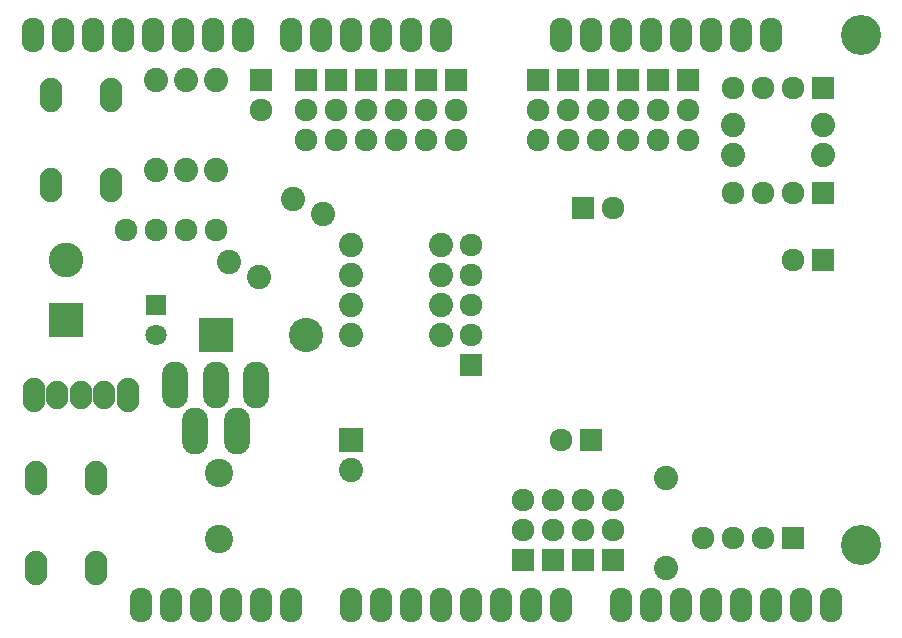
<source format=gts>
G04 (created by PCBNEW (2013-june-11)-stable) date mié 05 feb 2014 13:03:56 CET*
%MOIN*%
G04 Gerber Fmt 3.4, Leading zero omitted, Abs format*
%FSLAX34Y34*%
G01*
G70*
G90*
G04 APERTURE LIST*
%ADD10C,0.00393701*%
%ADD11O,0.0748031X0.0944882*%
%ADD12O,0.0748031X0.114173*%
%ADD13R,0.114173X0.114173*%
%ADD14C,0.114173*%
%ADD15O,0.075748X0.115748*%
%ADD16C,0.133858*%
%ADD17R,0.070748X0.070748*%
%ADD18C,0.070748*%
%ADD19C,0.094448*%
%ADD20O,0.086248X0.156748*%
%ADD21C,0.075748*%
%ADD22R,0.115748X0.115748*%
%ADD23C,0.115748*%
%ADD24C,0.080748*%
%ADD25R,0.075748X0.075748*%
%ADD26R,0.080748X0.080748*%
G04 APERTURE END LIST*
G54D10*
G54D11*
X52212Y-40500D03*
X53000Y-40500D03*
X53787Y-40500D03*
G54D12*
X54574Y-40500D03*
X51425Y-40500D03*
G54D13*
X57500Y-38500D03*
G54D14*
X60500Y-38500D03*
G54D15*
X69000Y-28500D03*
X70000Y-28500D03*
X71000Y-28500D03*
X72000Y-28500D03*
X73000Y-28500D03*
X74000Y-28500D03*
X75000Y-28500D03*
X76000Y-28500D03*
X78000Y-47500D03*
X77000Y-47500D03*
X76000Y-47500D03*
X75000Y-47500D03*
X71000Y-47500D03*
X69000Y-47500D03*
X68000Y-47500D03*
X72000Y-47500D03*
X73000Y-47500D03*
X74000Y-47500D03*
X67000Y-47500D03*
X66000Y-47500D03*
X65000Y-47500D03*
X62000Y-47500D03*
X63000Y-47500D03*
X64000Y-47500D03*
X60000Y-47500D03*
X59000Y-47500D03*
X58000Y-47500D03*
X56000Y-47500D03*
X55000Y-47500D03*
X65000Y-28500D03*
X64000Y-28500D03*
X63000Y-28500D03*
X62000Y-28500D03*
X61000Y-28500D03*
X60000Y-28500D03*
X58400Y-28500D03*
X57400Y-28500D03*
X56400Y-28500D03*
X55400Y-28500D03*
X54400Y-28500D03*
X53400Y-28500D03*
X52400Y-28500D03*
X51400Y-28500D03*
X57000Y-47500D03*
G54D16*
X79000Y-28500D03*
X79000Y-45500D03*
G54D17*
X55500Y-37500D03*
G54D18*
X55500Y-38500D03*
G54D19*
X57600Y-45300D03*
X57600Y-43100D03*
G54D20*
X58850Y-40150D03*
X58200Y-41700D03*
X57500Y-40150D03*
X56800Y-41700D03*
X56150Y-40150D03*
G54D21*
X57500Y-35000D03*
X55500Y-35000D03*
X54500Y-35000D03*
X56500Y-35000D03*
G54D22*
X52500Y-38000D03*
G54D23*
X52500Y-36000D03*
G54D24*
X58939Y-36560D03*
X61060Y-34439D03*
X57500Y-30000D03*
X57500Y-33000D03*
X56500Y-30000D03*
X56500Y-33000D03*
X55500Y-30000D03*
X55500Y-33000D03*
X60060Y-33939D03*
X57939Y-36060D03*
G54D25*
X66000Y-39500D03*
G54D21*
X66000Y-38500D03*
X66000Y-37500D03*
X66000Y-36500D03*
X66000Y-35500D03*
G54D24*
X65000Y-35500D03*
X62000Y-35500D03*
X65000Y-36500D03*
X62000Y-36500D03*
X65000Y-37500D03*
X62000Y-37500D03*
X65000Y-38500D03*
X62000Y-38500D03*
G54D25*
X67750Y-46000D03*
G54D21*
X67750Y-45000D03*
X67750Y-44000D03*
G54D25*
X68750Y-46000D03*
G54D21*
X68750Y-45000D03*
X68750Y-44000D03*
G54D25*
X59000Y-30000D03*
G54D21*
X59000Y-31000D03*
G54D25*
X60500Y-30000D03*
G54D21*
X60500Y-31000D03*
X60500Y-32000D03*
G54D25*
X61500Y-30000D03*
G54D21*
X61500Y-31000D03*
X61500Y-32000D03*
G54D25*
X62500Y-30000D03*
G54D21*
X62500Y-31000D03*
X62500Y-32000D03*
G54D25*
X63500Y-30000D03*
G54D21*
X63500Y-31000D03*
X63500Y-32000D03*
G54D25*
X64500Y-30000D03*
G54D21*
X64500Y-31000D03*
X64500Y-32000D03*
G54D25*
X65500Y-30000D03*
G54D21*
X65500Y-31000D03*
X65500Y-32000D03*
G54D25*
X69750Y-46000D03*
G54D21*
X69750Y-45000D03*
X69750Y-44000D03*
G54D25*
X70750Y-46000D03*
G54D21*
X70750Y-45000D03*
X70750Y-44000D03*
G54D25*
X77750Y-30250D03*
G54D21*
X76750Y-30250D03*
X75750Y-30250D03*
X74750Y-30250D03*
G54D24*
X77750Y-32500D03*
X74750Y-32500D03*
X77750Y-31500D03*
X74750Y-31500D03*
G54D25*
X77750Y-33750D03*
G54D21*
X76750Y-33750D03*
X75750Y-33750D03*
X74750Y-33750D03*
G54D25*
X76750Y-45250D03*
G54D21*
X75750Y-45250D03*
X74750Y-45250D03*
X73750Y-45250D03*
G54D24*
X72500Y-43250D03*
X72500Y-46250D03*
G54D25*
X68250Y-30000D03*
G54D21*
X68250Y-31000D03*
X68250Y-32000D03*
G54D25*
X69250Y-30000D03*
G54D21*
X69250Y-31000D03*
X69250Y-32000D03*
G54D25*
X70250Y-30000D03*
G54D21*
X70250Y-31000D03*
X70250Y-32000D03*
G54D25*
X71250Y-30000D03*
G54D21*
X71250Y-31000D03*
X71250Y-32000D03*
G54D25*
X72250Y-30000D03*
G54D21*
X72250Y-31000D03*
X72250Y-32000D03*
G54D25*
X73250Y-30000D03*
G54D21*
X73250Y-31000D03*
X73250Y-32000D03*
G54D25*
X77750Y-36000D03*
G54D21*
X76750Y-36000D03*
G54D25*
X69750Y-34250D03*
G54D21*
X70750Y-34250D03*
G54D25*
X70000Y-42000D03*
G54D21*
X69000Y-42000D03*
G54D26*
X62000Y-42000D03*
G54D24*
X62000Y-43000D03*
G54D12*
X51500Y-43250D03*
X53500Y-43250D03*
X51500Y-46250D03*
X53500Y-46250D03*
X52000Y-30500D03*
X54000Y-30500D03*
X52000Y-33500D03*
X54000Y-33500D03*
M02*

</source>
